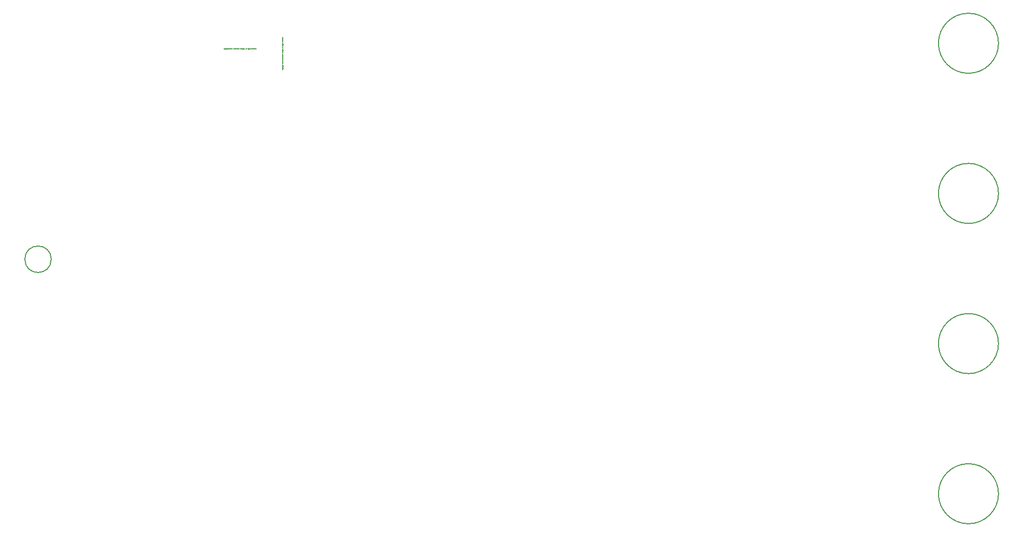
<source format=gbr>
G04 #@! TF.GenerationSoftware,KiCad,Pcbnew,(5.0.0-rc2-dev-586-g888c43477)*
G04 #@! TF.CreationDate,2018-06-03T12:19:04-03:00*
G04 #@! TF.ProjectId,Mcc18,4D636331382E6B696361645F70636200,rev?*
G04 #@! TF.SameCoordinates,Original*
G04 #@! TF.FileFunction,Other,Comment*
%FSLAX46Y46*%
G04 Gerber Fmt 4.6, Leading zero omitted, Abs format (unit mm)*
G04 Created by KiCad (PCBNEW (5.0.0-rc2-dev-586-g888c43477)) date 06/03/18 12:19:04*
%MOMM*%
%LPD*%
G01*
G04 APERTURE LIST*
%ADD10C,0.150000*%
%ADD11C,0.002000*%
G04 APERTURE END LIST*
D10*
X87467800Y-90932000D02*
G75*
G03X87467800Y-90932000I-2200000J0D01*
G01*
X245202000Y-129972000D02*
G75*
G03X245202000Y-129972000I-5000000J0D01*
G01*
X245202000Y-104972000D02*
G75*
G03X245202000Y-104972000I-5000000J0D01*
G01*
X245202000Y-79972000D02*
G75*
G03X245202000Y-79972000I-5000000J0D01*
G01*
X245202000Y-54972000D02*
G75*
G03X245202000Y-54972000I-5000000J0D01*
G01*
D11*
X126029357Y-59287833D02*
X126035404Y-59293880D01*
X126041452Y-59312023D01*
X126041452Y-59324119D01*
X126035404Y-59342261D01*
X126023309Y-59354357D01*
X126011214Y-59360404D01*
X125987023Y-59366452D01*
X125968880Y-59366452D01*
X125944690Y-59360404D01*
X125932595Y-59354357D01*
X125920500Y-59342261D01*
X125914452Y-59324119D01*
X125914452Y-59312023D01*
X125920500Y-59293880D01*
X125926547Y-59287833D01*
X126041452Y-59215261D02*
X126035404Y-59227357D01*
X126029357Y-59233404D01*
X126017261Y-59239452D01*
X125980976Y-59239452D01*
X125968880Y-59233404D01*
X125962833Y-59227357D01*
X125956785Y-59215261D01*
X125956785Y-59197119D01*
X125962833Y-59185023D01*
X125968880Y-59178976D01*
X125980976Y-59172928D01*
X126017261Y-59172928D01*
X126029357Y-59178976D01*
X126035404Y-59185023D01*
X126041452Y-59197119D01*
X126041452Y-59215261D01*
X125956785Y-59118500D02*
X126083785Y-59118500D01*
X125962833Y-59118500D02*
X125956785Y-59106404D01*
X125956785Y-59082214D01*
X125962833Y-59070119D01*
X125968880Y-59064071D01*
X125980976Y-59058023D01*
X126017261Y-59058023D01*
X126029357Y-59064071D01*
X126035404Y-59070119D01*
X126041452Y-59082214D01*
X126041452Y-59106404D01*
X126035404Y-59118500D01*
X125956785Y-59015690D02*
X126041452Y-58985452D01*
X125956785Y-58955214D02*
X126041452Y-58985452D01*
X126071690Y-58997547D01*
X126077738Y-59003595D01*
X126083785Y-59015690D01*
X126041452Y-58906833D02*
X125956785Y-58906833D01*
X125980976Y-58906833D02*
X125968880Y-58900785D01*
X125962833Y-58894738D01*
X125956785Y-58882642D01*
X125956785Y-58870547D01*
X126041452Y-58828214D02*
X125956785Y-58828214D01*
X125914452Y-58828214D02*
X125920500Y-58834261D01*
X125926547Y-58828214D01*
X125920500Y-58822166D01*
X125914452Y-58828214D01*
X125926547Y-58828214D01*
X125956785Y-58713309D02*
X126059595Y-58713309D01*
X126071690Y-58719357D01*
X126077738Y-58725404D01*
X126083785Y-58737500D01*
X126083785Y-58755642D01*
X126077738Y-58767738D01*
X126035404Y-58713309D02*
X126041452Y-58725404D01*
X126041452Y-58749595D01*
X126035404Y-58761690D01*
X126029357Y-58767738D01*
X126017261Y-58773785D01*
X125980976Y-58773785D01*
X125968880Y-58767738D01*
X125962833Y-58761690D01*
X125956785Y-58749595D01*
X125956785Y-58725404D01*
X125962833Y-58713309D01*
X126041452Y-58652833D02*
X125914452Y-58652833D01*
X126041452Y-58598404D02*
X125974928Y-58598404D01*
X125962833Y-58604452D01*
X125956785Y-58616547D01*
X125956785Y-58634690D01*
X125962833Y-58646785D01*
X125968880Y-58652833D01*
X125956785Y-58556071D02*
X125956785Y-58507690D01*
X125914452Y-58537928D02*
X126023309Y-58537928D01*
X126035404Y-58531880D01*
X126041452Y-58519785D01*
X126041452Y-58507690D01*
X125926547Y-58374642D02*
X125920500Y-58368595D01*
X125914452Y-58356500D01*
X125914452Y-58326261D01*
X125920500Y-58314166D01*
X125926547Y-58308119D01*
X125938642Y-58302071D01*
X125950738Y-58302071D01*
X125968880Y-58308119D01*
X126041452Y-58380690D01*
X126041452Y-58302071D01*
X125914452Y-58223452D02*
X125914452Y-58211357D01*
X125920500Y-58199261D01*
X125926547Y-58193214D01*
X125938642Y-58187166D01*
X125962833Y-58181119D01*
X125993071Y-58181119D01*
X126017261Y-58187166D01*
X126029357Y-58193214D01*
X126035404Y-58199261D01*
X126041452Y-58211357D01*
X126041452Y-58223452D01*
X126035404Y-58235547D01*
X126029357Y-58241595D01*
X126017261Y-58247642D01*
X125993071Y-58253690D01*
X125962833Y-58253690D01*
X125938642Y-58247642D01*
X125926547Y-58241595D01*
X125920500Y-58235547D01*
X125914452Y-58223452D01*
X126041452Y-58060166D02*
X126041452Y-58132738D01*
X126041452Y-58096452D02*
X125914452Y-58096452D01*
X125932595Y-58108547D01*
X125944690Y-58120642D01*
X125950738Y-58132738D01*
X125914452Y-57951309D02*
X125914452Y-57975500D01*
X125920500Y-57987595D01*
X125926547Y-57993642D01*
X125944690Y-58005738D01*
X125968880Y-58011785D01*
X126017261Y-58011785D01*
X126029357Y-58005738D01*
X126035404Y-57999690D01*
X126041452Y-57987595D01*
X126041452Y-57963404D01*
X126035404Y-57951309D01*
X126029357Y-57945261D01*
X126017261Y-57939214D01*
X125987023Y-57939214D01*
X125974928Y-57945261D01*
X125968880Y-57951309D01*
X125962833Y-57963404D01*
X125962833Y-57987595D01*
X125968880Y-57999690D01*
X125974928Y-58005738D01*
X125987023Y-58011785D01*
X126005166Y-57794071D02*
X126005166Y-57733595D01*
X126041452Y-57806166D02*
X125914452Y-57763833D01*
X126041452Y-57721500D01*
X126035404Y-57624738D02*
X126041452Y-57636833D01*
X126041452Y-57661023D01*
X126035404Y-57673119D01*
X126029357Y-57679166D01*
X126017261Y-57685214D01*
X125980976Y-57685214D01*
X125968880Y-57679166D01*
X125962833Y-57673119D01*
X125956785Y-57661023D01*
X125956785Y-57636833D01*
X125962833Y-57624738D01*
X126035404Y-57515880D02*
X126041452Y-57527976D01*
X126041452Y-57552166D01*
X126035404Y-57564261D01*
X126029357Y-57570309D01*
X126017261Y-57576357D01*
X125980976Y-57576357D01*
X125968880Y-57570309D01*
X125962833Y-57564261D01*
X125956785Y-57552166D01*
X125956785Y-57527976D01*
X125962833Y-57515880D01*
X126035404Y-57413071D02*
X126041452Y-57425166D01*
X126041452Y-57449357D01*
X126035404Y-57461452D01*
X126023309Y-57467500D01*
X125974928Y-57467500D01*
X125962833Y-57461452D01*
X125956785Y-57449357D01*
X125956785Y-57425166D01*
X125962833Y-57413071D01*
X125974928Y-57407023D01*
X125987023Y-57407023D01*
X125999119Y-57467500D01*
X126041452Y-57334452D02*
X126035404Y-57346547D01*
X126023309Y-57352595D01*
X125914452Y-57352595D01*
X126035404Y-57237690D02*
X126041452Y-57249785D01*
X126041452Y-57273976D01*
X126035404Y-57286071D01*
X126023309Y-57292119D01*
X125974928Y-57292119D01*
X125962833Y-57286071D01*
X125956785Y-57273976D01*
X125956785Y-57249785D01*
X125962833Y-57237690D01*
X125974928Y-57231642D01*
X125987023Y-57231642D01*
X125999119Y-57292119D01*
X126041452Y-57177214D02*
X125956785Y-57177214D01*
X125980976Y-57177214D02*
X125968880Y-57171166D01*
X125962833Y-57165119D01*
X125956785Y-57153023D01*
X125956785Y-57140928D01*
X126041452Y-57044166D02*
X125974928Y-57044166D01*
X125962833Y-57050214D01*
X125956785Y-57062309D01*
X125956785Y-57086500D01*
X125962833Y-57098595D01*
X126035404Y-57044166D02*
X126041452Y-57056261D01*
X126041452Y-57086500D01*
X126035404Y-57098595D01*
X126023309Y-57104642D01*
X126011214Y-57104642D01*
X125999119Y-57098595D01*
X125993071Y-57086500D01*
X125993071Y-57056261D01*
X125987023Y-57044166D01*
X125956785Y-57001833D02*
X125956785Y-56953452D01*
X125914452Y-56983690D02*
X126023309Y-56983690D01*
X126035404Y-56977642D01*
X126041452Y-56965547D01*
X126041452Y-56953452D01*
X126035404Y-56862738D02*
X126041452Y-56874833D01*
X126041452Y-56899023D01*
X126035404Y-56911119D01*
X126023309Y-56917166D01*
X125974928Y-56917166D01*
X125962833Y-56911119D01*
X125956785Y-56899023D01*
X125956785Y-56874833D01*
X125962833Y-56862738D01*
X125974928Y-56856690D01*
X125987023Y-56856690D01*
X125999119Y-56917166D01*
X126041452Y-56747833D02*
X125914452Y-56747833D01*
X126035404Y-56747833D02*
X126041452Y-56759928D01*
X126041452Y-56784119D01*
X126035404Y-56796214D01*
X126029357Y-56802261D01*
X126017261Y-56808309D01*
X125980976Y-56808309D01*
X125968880Y-56802261D01*
X125962833Y-56796214D01*
X125956785Y-56784119D01*
X125956785Y-56759928D01*
X125962833Y-56747833D01*
X126041452Y-56590595D02*
X125914452Y-56590595D01*
X125914452Y-56560357D01*
X125920500Y-56542214D01*
X125932595Y-56530119D01*
X125944690Y-56524071D01*
X125968880Y-56518023D01*
X125987023Y-56518023D01*
X126011214Y-56524071D01*
X126023309Y-56530119D01*
X126035404Y-56542214D01*
X126041452Y-56560357D01*
X126041452Y-56590595D01*
X126035404Y-56415214D02*
X126041452Y-56427309D01*
X126041452Y-56451500D01*
X126035404Y-56463595D01*
X126023309Y-56469642D01*
X125974928Y-56469642D01*
X125962833Y-56463595D01*
X125956785Y-56451500D01*
X125956785Y-56427309D01*
X125962833Y-56415214D01*
X125974928Y-56409166D01*
X125987023Y-56409166D01*
X125999119Y-56469642D01*
X126035404Y-56360785D02*
X126041452Y-56348690D01*
X126041452Y-56324500D01*
X126035404Y-56312404D01*
X126023309Y-56306357D01*
X126017261Y-56306357D01*
X126005166Y-56312404D01*
X125999119Y-56324500D01*
X125999119Y-56342642D01*
X125993071Y-56354738D01*
X125980976Y-56360785D01*
X125974928Y-56360785D01*
X125962833Y-56354738D01*
X125956785Y-56342642D01*
X125956785Y-56324500D01*
X125962833Y-56312404D01*
X126041452Y-56251928D02*
X125956785Y-56251928D01*
X125914452Y-56251928D02*
X125920500Y-56257976D01*
X125926547Y-56251928D01*
X125920500Y-56245880D01*
X125914452Y-56251928D01*
X125926547Y-56251928D01*
X125956785Y-56137023D02*
X126059595Y-56137023D01*
X126071690Y-56143071D01*
X126077738Y-56149119D01*
X126083785Y-56161214D01*
X126083785Y-56179357D01*
X126077738Y-56191452D01*
X126035404Y-56137023D02*
X126041452Y-56149119D01*
X126041452Y-56173309D01*
X126035404Y-56185404D01*
X126029357Y-56191452D01*
X126017261Y-56197500D01*
X125980976Y-56197500D01*
X125968880Y-56191452D01*
X125962833Y-56185404D01*
X125956785Y-56173309D01*
X125956785Y-56149119D01*
X125962833Y-56137023D01*
X125956785Y-56076547D02*
X126041452Y-56076547D01*
X125968880Y-56076547D02*
X125962833Y-56070500D01*
X125956785Y-56058404D01*
X125956785Y-56040261D01*
X125962833Y-56028166D01*
X125974928Y-56022119D01*
X126041452Y-56022119D01*
X126035404Y-55967690D02*
X126041452Y-55955595D01*
X126041452Y-55931404D01*
X126035404Y-55919309D01*
X126023309Y-55913261D01*
X126017261Y-55913261D01*
X126005166Y-55919309D01*
X125999119Y-55931404D01*
X125999119Y-55949547D01*
X125993071Y-55961642D01*
X125980976Y-55967690D01*
X125974928Y-55967690D01*
X125962833Y-55961642D01*
X125956785Y-55949547D01*
X125956785Y-55931404D01*
X125962833Y-55919309D01*
X126029357Y-55858833D02*
X126035404Y-55852785D01*
X126041452Y-55858833D01*
X126035404Y-55864880D01*
X126029357Y-55858833D01*
X126041452Y-55858833D01*
X126005166Y-55707642D02*
X126005166Y-55647166D01*
X126041452Y-55719738D02*
X125914452Y-55677404D01*
X126041452Y-55635071D01*
X126041452Y-55574595D02*
X126035404Y-55586690D01*
X126023309Y-55592738D01*
X125914452Y-55592738D01*
X126041452Y-55508071D02*
X126035404Y-55520166D01*
X126023309Y-55526214D01*
X125914452Y-55526214D01*
X126041452Y-55362928D02*
X125956785Y-55362928D01*
X125980976Y-55362928D02*
X125968880Y-55356880D01*
X125962833Y-55350833D01*
X125956785Y-55338738D01*
X125956785Y-55326642D01*
X126041452Y-55284309D02*
X125956785Y-55284309D01*
X125914452Y-55284309D02*
X125920500Y-55290357D01*
X125926547Y-55284309D01*
X125920500Y-55278261D01*
X125914452Y-55284309D01*
X125926547Y-55284309D01*
X125956785Y-55169404D02*
X126059595Y-55169404D01*
X126071690Y-55175452D01*
X126077738Y-55181500D01*
X126083785Y-55193595D01*
X126083785Y-55211738D01*
X126077738Y-55223833D01*
X126035404Y-55169404D02*
X126041452Y-55181500D01*
X126041452Y-55205690D01*
X126035404Y-55217785D01*
X126029357Y-55223833D01*
X126017261Y-55229880D01*
X125980976Y-55229880D01*
X125968880Y-55223833D01*
X125962833Y-55217785D01*
X125956785Y-55205690D01*
X125956785Y-55181500D01*
X125962833Y-55169404D01*
X126041452Y-55108928D02*
X125914452Y-55108928D01*
X126041452Y-55054500D02*
X125974928Y-55054500D01*
X125962833Y-55060547D01*
X125956785Y-55072642D01*
X125956785Y-55090785D01*
X125962833Y-55102880D01*
X125968880Y-55108928D01*
X125956785Y-55012166D02*
X125956785Y-54963785D01*
X125914452Y-54994023D02*
X126023309Y-54994023D01*
X126035404Y-54987976D01*
X126041452Y-54975880D01*
X126041452Y-54963785D01*
X126035404Y-54927500D02*
X126041452Y-54915404D01*
X126041452Y-54891214D01*
X126035404Y-54879119D01*
X126023309Y-54873071D01*
X126017261Y-54873071D01*
X126005166Y-54879119D01*
X125999119Y-54891214D01*
X125999119Y-54909357D01*
X125993071Y-54921452D01*
X125980976Y-54927500D01*
X125974928Y-54927500D01*
X125962833Y-54921452D01*
X125956785Y-54909357D01*
X125956785Y-54891214D01*
X125962833Y-54879119D01*
X126041452Y-54721880D02*
X125956785Y-54721880D01*
X125980976Y-54721880D02*
X125968880Y-54715833D01*
X125962833Y-54709785D01*
X125956785Y-54697690D01*
X125956785Y-54685595D01*
X126035404Y-54594880D02*
X126041452Y-54606976D01*
X126041452Y-54631166D01*
X126035404Y-54643261D01*
X126023309Y-54649309D01*
X125974928Y-54649309D01*
X125962833Y-54643261D01*
X125956785Y-54631166D01*
X125956785Y-54606976D01*
X125962833Y-54594880D01*
X125974928Y-54588833D01*
X125987023Y-54588833D01*
X125999119Y-54649309D01*
X126035404Y-54540452D02*
X126041452Y-54528357D01*
X126041452Y-54504166D01*
X126035404Y-54492071D01*
X126023309Y-54486023D01*
X126017261Y-54486023D01*
X126005166Y-54492071D01*
X125999119Y-54504166D01*
X125999119Y-54522309D01*
X125993071Y-54534404D01*
X125980976Y-54540452D01*
X125974928Y-54540452D01*
X125962833Y-54534404D01*
X125956785Y-54522309D01*
X125956785Y-54504166D01*
X125962833Y-54492071D01*
X126035404Y-54383214D02*
X126041452Y-54395309D01*
X126041452Y-54419500D01*
X126035404Y-54431595D01*
X126023309Y-54437642D01*
X125974928Y-54437642D01*
X125962833Y-54431595D01*
X125956785Y-54419500D01*
X125956785Y-54395309D01*
X125962833Y-54383214D01*
X125974928Y-54377166D01*
X125987023Y-54377166D01*
X125999119Y-54437642D01*
X126041452Y-54322738D02*
X125956785Y-54322738D01*
X125980976Y-54322738D02*
X125968880Y-54316690D01*
X125962833Y-54310642D01*
X125956785Y-54298547D01*
X125956785Y-54286452D01*
X125956785Y-54256214D02*
X126041452Y-54225976D01*
X125956785Y-54195738D01*
X126035404Y-54098976D02*
X126041452Y-54111071D01*
X126041452Y-54135261D01*
X126035404Y-54147357D01*
X126023309Y-54153404D01*
X125974928Y-54153404D01*
X125962833Y-54147357D01*
X125956785Y-54135261D01*
X125956785Y-54111071D01*
X125962833Y-54098976D01*
X125974928Y-54092928D01*
X125987023Y-54092928D01*
X125999119Y-54153404D01*
X126041452Y-53984071D02*
X125914452Y-53984071D01*
X126035404Y-53984071D02*
X126041452Y-53996166D01*
X126041452Y-54020357D01*
X126035404Y-54032452D01*
X126029357Y-54038500D01*
X126017261Y-54044547D01*
X125980976Y-54044547D01*
X125968880Y-54038500D01*
X125962833Y-54032452D01*
X125956785Y-54020357D01*
X125956785Y-53996166D01*
X125962833Y-53984071D01*
X126029357Y-53923595D02*
X126035404Y-53917547D01*
X126041452Y-53923595D01*
X126035404Y-53929642D01*
X126029357Y-53923595D01*
X126041452Y-53923595D01*
X116226166Y-55925357D02*
X116220119Y-55931404D01*
X116201976Y-55937452D01*
X116189880Y-55937452D01*
X116171738Y-55931404D01*
X116159642Y-55919309D01*
X116153595Y-55907214D01*
X116147547Y-55883023D01*
X116147547Y-55864880D01*
X116153595Y-55840690D01*
X116159642Y-55828595D01*
X116171738Y-55816500D01*
X116189880Y-55810452D01*
X116201976Y-55810452D01*
X116220119Y-55816500D01*
X116226166Y-55822547D01*
X116298738Y-55937452D02*
X116286642Y-55931404D01*
X116280595Y-55925357D01*
X116274547Y-55913261D01*
X116274547Y-55876976D01*
X116280595Y-55864880D01*
X116286642Y-55858833D01*
X116298738Y-55852785D01*
X116316880Y-55852785D01*
X116328976Y-55858833D01*
X116335023Y-55864880D01*
X116341071Y-55876976D01*
X116341071Y-55913261D01*
X116335023Y-55925357D01*
X116328976Y-55931404D01*
X116316880Y-55937452D01*
X116298738Y-55937452D01*
X116395500Y-55852785D02*
X116395500Y-55979785D01*
X116395500Y-55858833D02*
X116407595Y-55852785D01*
X116431785Y-55852785D01*
X116443880Y-55858833D01*
X116449928Y-55864880D01*
X116455976Y-55876976D01*
X116455976Y-55913261D01*
X116449928Y-55925357D01*
X116443880Y-55931404D01*
X116431785Y-55937452D01*
X116407595Y-55937452D01*
X116395500Y-55931404D01*
X116498309Y-55852785D02*
X116528547Y-55937452D01*
X116558785Y-55852785D02*
X116528547Y-55937452D01*
X116516452Y-55967690D01*
X116510404Y-55973738D01*
X116498309Y-55979785D01*
X116607166Y-55937452D02*
X116607166Y-55852785D01*
X116607166Y-55876976D02*
X116613214Y-55864880D01*
X116619261Y-55858833D01*
X116631357Y-55852785D01*
X116643452Y-55852785D01*
X116685785Y-55937452D02*
X116685785Y-55852785D01*
X116685785Y-55810452D02*
X116679738Y-55816500D01*
X116685785Y-55822547D01*
X116691833Y-55816500D01*
X116685785Y-55810452D01*
X116685785Y-55822547D01*
X116800690Y-55852785D02*
X116800690Y-55955595D01*
X116794642Y-55967690D01*
X116788595Y-55973738D01*
X116776500Y-55979785D01*
X116758357Y-55979785D01*
X116746261Y-55973738D01*
X116800690Y-55931404D02*
X116788595Y-55937452D01*
X116764404Y-55937452D01*
X116752309Y-55931404D01*
X116746261Y-55925357D01*
X116740214Y-55913261D01*
X116740214Y-55876976D01*
X116746261Y-55864880D01*
X116752309Y-55858833D01*
X116764404Y-55852785D01*
X116788595Y-55852785D01*
X116800690Y-55858833D01*
X116861166Y-55937452D02*
X116861166Y-55810452D01*
X116915595Y-55937452D02*
X116915595Y-55870928D01*
X116909547Y-55858833D01*
X116897452Y-55852785D01*
X116879309Y-55852785D01*
X116867214Y-55858833D01*
X116861166Y-55864880D01*
X116957928Y-55852785D02*
X117006309Y-55852785D01*
X116976071Y-55810452D02*
X116976071Y-55919309D01*
X116982119Y-55931404D01*
X116994214Y-55937452D01*
X117006309Y-55937452D01*
X117139357Y-55822547D02*
X117145404Y-55816500D01*
X117157500Y-55810452D01*
X117187738Y-55810452D01*
X117199833Y-55816500D01*
X117205880Y-55822547D01*
X117211928Y-55834642D01*
X117211928Y-55846738D01*
X117205880Y-55864880D01*
X117133309Y-55937452D01*
X117211928Y-55937452D01*
X117290547Y-55810452D02*
X117302642Y-55810452D01*
X117314738Y-55816500D01*
X117320785Y-55822547D01*
X117326833Y-55834642D01*
X117332880Y-55858833D01*
X117332880Y-55889071D01*
X117326833Y-55913261D01*
X117320785Y-55925357D01*
X117314738Y-55931404D01*
X117302642Y-55937452D01*
X117290547Y-55937452D01*
X117278452Y-55931404D01*
X117272404Y-55925357D01*
X117266357Y-55913261D01*
X117260309Y-55889071D01*
X117260309Y-55858833D01*
X117266357Y-55834642D01*
X117272404Y-55822547D01*
X117278452Y-55816500D01*
X117290547Y-55810452D01*
X117453833Y-55937452D02*
X117381261Y-55937452D01*
X117417547Y-55937452D02*
X117417547Y-55810452D01*
X117405452Y-55828595D01*
X117393357Y-55840690D01*
X117381261Y-55846738D01*
X117562690Y-55810452D02*
X117538500Y-55810452D01*
X117526404Y-55816500D01*
X117520357Y-55822547D01*
X117508261Y-55840690D01*
X117502214Y-55864880D01*
X117502214Y-55913261D01*
X117508261Y-55925357D01*
X117514309Y-55931404D01*
X117526404Y-55937452D01*
X117550595Y-55937452D01*
X117562690Y-55931404D01*
X117568738Y-55925357D01*
X117574785Y-55913261D01*
X117574785Y-55883023D01*
X117568738Y-55870928D01*
X117562690Y-55864880D01*
X117550595Y-55858833D01*
X117526404Y-55858833D01*
X117514309Y-55864880D01*
X117508261Y-55870928D01*
X117502214Y-55883023D01*
X117719928Y-55901166D02*
X117780404Y-55901166D01*
X117707833Y-55937452D02*
X117750166Y-55810452D01*
X117792500Y-55937452D01*
X117889261Y-55931404D02*
X117877166Y-55937452D01*
X117852976Y-55937452D01*
X117840880Y-55931404D01*
X117834833Y-55925357D01*
X117828785Y-55913261D01*
X117828785Y-55876976D01*
X117834833Y-55864880D01*
X117840880Y-55858833D01*
X117852976Y-55852785D01*
X117877166Y-55852785D01*
X117889261Y-55858833D01*
X117998119Y-55931404D02*
X117986023Y-55937452D01*
X117961833Y-55937452D01*
X117949738Y-55931404D01*
X117943690Y-55925357D01*
X117937642Y-55913261D01*
X117937642Y-55876976D01*
X117943690Y-55864880D01*
X117949738Y-55858833D01*
X117961833Y-55852785D01*
X117986023Y-55852785D01*
X117998119Y-55858833D01*
X118100928Y-55931404D02*
X118088833Y-55937452D01*
X118064642Y-55937452D01*
X118052547Y-55931404D01*
X118046500Y-55919309D01*
X118046500Y-55870928D01*
X118052547Y-55858833D01*
X118064642Y-55852785D01*
X118088833Y-55852785D01*
X118100928Y-55858833D01*
X118106976Y-55870928D01*
X118106976Y-55883023D01*
X118046500Y-55895119D01*
X118179547Y-55937452D02*
X118167452Y-55931404D01*
X118161404Y-55919309D01*
X118161404Y-55810452D01*
X118276309Y-55931404D02*
X118264214Y-55937452D01*
X118240023Y-55937452D01*
X118227928Y-55931404D01*
X118221880Y-55919309D01*
X118221880Y-55870928D01*
X118227928Y-55858833D01*
X118240023Y-55852785D01*
X118264214Y-55852785D01*
X118276309Y-55858833D01*
X118282357Y-55870928D01*
X118282357Y-55883023D01*
X118221880Y-55895119D01*
X118336785Y-55937452D02*
X118336785Y-55852785D01*
X118336785Y-55876976D02*
X118342833Y-55864880D01*
X118348880Y-55858833D01*
X118360976Y-55852785D01*
X118373071Y-55852785D01*
X118469833Y-55937452D02*
X118469833Y-55870928D01*
X118463785Y-55858833D01*
X118451690Y-55852785D01*
X118427500Y-55852785D01*
X118415404Y-55858833D01*
X118469833Y-55931404D02*
X118457738Y-55937452D01*
X118427500Y-55937452D01*
X118415404Y-55931404D01*
X118409357Y-55919309D01*
X118409357Y-55907214D01*
X118415404Y-55895119D01*
X118427500Y-55889071D01*
X118457738Y-55889071D01*
X118469833Y-55883023D01*
X118512166Y-55852785D02*
X118560547Y-55852785D01*
X118530309Y-55810452D02*
X118530309Y-55919309D01*
X118536357Y-55931404D01*
X118548452Y-55937452D01*
X118560547Y-55937452D01*
X118651261Y-55931404D02*
X118639166Y-55937452D01*
X118614976Y-55937452D01*
X118602880Y-55931404D01*
X118596833Y-55919309D01*
X118596833Y-55870928D01*
X118602880Y-55858833D01*
X118614976Y-55852785D01*
X118639166Y-55852785D01*
X118651261Y-55858833D01*
X118657309Y-55870928D01*
X118657309Y-55883023D01*
X118596833Y-55895119D01*
X118766166Y-55937452D02*
X118766166Y-55810452D01*
X118766166Y-55931404D02*
X118754071Y-55937452D01*
X118729880Y-55937452D01*
X118717785Y-55931404D01*
X118711738Y-55925357D01*
X118705690Y-55913261D01*
X118705690Y-55876976D01*
X118711738Y-55864880D01*
X118717785Y-55858833D01*
X118729880Y-55852785D01*
X118754071Y-55852785D01*
X118766166Y-55858833D01*
X118923404Y-55937452D02*
X118923404Y-55810452D01*
X118953642Y-55810452D01*
X118971785Y-55816500D01*
X118983880Y-55828595D01*
X118989928Y-55840690D01*
X118995976Y-55864880D01*
X118995976Y-55883023D01*
X118989928Y-55907214D01*
X118983880Y-55919309D01*
X118971785Y-55931404D01*
X118953642Y-55937452D01*
X118923404Y-55937452D01*
X119098785Y-55931404D02*
X119086690Y-55937452D01*
X119062500Y-55937452D01*
X119050404Y-55931404D01*
X119044357Y-55919309D01*
X119044357Y-55870928D01*
X119050404Y-55858833D01*
X119062500Y-55852785D01*
X119086690Y-55852785D01*
X119098785Y-55858833D01*
X119104833Y-55870928D01*
X119104833Y-55883023D01*
X119044357Y-55895119D01*
X119153214Y-55931404D02*
X119165309Y-55937452D01*
X119189500Y-55937452D01*
X119201595Y-55931404D01*
X119207642Y-55919309D01*
X119207642Y-55913261D01*
X119201595Y-55901166D01*
X119189500Y-55895119D01*
X119171357Y-55895119D01*
X119159261Y-55889071D01*
X119153214Y-55876976D01*
X119153214Y-55870928D01*
X119159261Y-55858833D01*
X119171357Y-55852785D01*
X119189500Y-55852785D01*
X119201595Y-55858833D01*
X119262071Y-55937452D02*
X119262071Y-55852785D01*
X119262071Y-55810452D02*
X119256023Y-55816500D01*
X119262071Y-55822547D01*
X119268119Y-55816500D01*
X119262071Y-55810452D01*
X119262071Y-55822547D01*
X119376976Y-55852785D02*
X119376976Y-55955595D01*
X119370928Y-55967690D01*
X119364880Y-55973738D01*
X119352785Y-55979785D01*
X119334642Y-55979785D01*
X119322547Y-55973738D01*
X119376976Y-55931404D02*
X119364880Y-55937452D01*
X119340690Y-55937452D01*
X119328595Y-55931404D01*
X119322547Y-55925357D01*
X119316500Y-55913261D01*
X119316500Y-55876976D01*
X119322547Y-55864880D01*
X119328595Y-55858833D01*
X119340690Y-55852785D01*
X119364880Y-55852785D01*
X119376976Y-55858833D01*
X119437452Y-55852785D02*
X119437452Y-55937452D01*
X119437452Y-55864880D02*
X119443500Y-55858833D01*
X119455595Y-55852785D01*
X119473738Y-55852785D01*
X119485833Y-55858833D01*
X119491880Y-55870928D01*
X119491880Y-55937452D01*
X119546309Y-55931404D02*
X119558404Y-55937452D01*
X119582595Y-55937452D01*
X119594690Y-55931404D01*
X119600738Y-55919309D01*
X119600738Y-55913261D01*
X119594690Y-55901166D01*
X119582595Y-55895119D01*
X119564452Y-55895119D01*
X119552357Y-55889071D01*
X119546309Y-55876976D01*
X119546309Y-55870928D01*
X119552357Y-55858833D01*
X119564452Y-55852785D01*
X119582595Y-55852785D01*
X119594690Y-55858833D01*
X119655166Y-55925357D02*
X119661214Y-55931404D01*
X119655166Y-55937452D01*
X119649119Y-55931404D01*
X119655166Y-55925357D01*
X119655166Y-55937452D01*
X119806357Y-55901166D02*
X119866833Y-55901166D01*
X119794261Y-55937452D02*
X119836595Y-55810452D01*
X119878928Y-55937452D01*
X119939404Y-55937452D02*
X119927309Y-55931404D01*
X119921261Y-55919309D01*
X119921261Y-55810452D01*
X120005928Y-55937452D02*
X119993833Y-55931404D01*
X119987785Y-55919309D01*
X119987785Y-55810452D01*
X120151071Y-55937452D02*
X120151071Y-55852785D01*
X120151071Y-55876976D02*
X120157119Y-55864880D01*
X120163166Y-55858833D01*
X120175261Y-55852785D01*
X120187357Y-55852785D01*
X120229690Y-55937452D02*
X120229690Y-55852785D01*
X120229690Y-55810452D02*
X120223642Y-55816500D01*
X120229690Y-55822547D01*
X120235738Y-55816500D01*
X120229690Y-55810452D01*
X120229690Y-55822547D01*
X120344595Y-55852785D02*
X120344595Y-55955595D01*
X120338547Y-55967690D01*
X120332500Y-55973738D01*
X120320404Y-55979785D01*
X120302261Y-55979785D01*
X120290166Y-55973738D01*
X120344595Y-55931404D02*
X120332500Y-55937452D01*
X120308309Y-55937452D01*
X120296214Y-55931404D01*
X120290166Y-55925357D01*
X120284119Y-55913261D01*
X120284119Y-55876976D01*
X120290166Y-55864880D01*
X120296214Y-55858833D01*
X120308309Y-55852785D01*
X120332500Y-55852785D01*
X120344595Y-55858833D01*
X120405071Y-55937452D02*
X120405071Y-55810452D01*
X120459500Y-55937452D02*
X120459500Y-55870928D01*
X120453452Y-55858833D01*
X120441357Y-55852785D01*
X120423214Y-55852785D01*
X120411119Y-55858833D01*
X120405071Y-55864880D01*
X120501833Y-55852785D02*
X120550214Y-55852785D01*
X120519976Y-55810452D02*
X120519976Y-55919309D01*
X120526023Y-55931404D01*
X120538119Y-55937452D01*
X120550214Y-55937452D01*
X120586500Y-55931404D02*
X120598595Y-55937452D01*
X120622785Y-55937452D01*
X120634880Y-55931404D01*
X120640928Y-55919309D01*
X120640928Y-55913261D01*
X120634880Y-55901166D01*
X120622785Y-55895119D01*
X120604642Y-55895119D01*
X120592547Y-55889071D01*
X120586500Y-55876976D01*
X120586500Y-55870928D01*
X120592547Y-55858833D01*
X120604642Y-55852785D01*
X120622785Y-55852785D01*
X120634880Y-55858833D01*
X120792119Y-55937452D02*
X120792119Y-55852785D01*
X120792119Y-55876976D02*
X120798166Y-55864880D01*
X120804214Y-55858833D01*
X120816309Y-55852785D01*
X120828404Y-55852785D01*
X120919119Y-55931404D02*
X120907023Y-55937452D01*
X120882833Y-55937452D01*
X120870738Y-55931404D01*
X120864690Y-55919309D01*
X120864690Y-55870928D01*
X120870738Y-55858833D01*
X120882833Y-55852785D01*
X120907023Y-55852785D01*
X120919119Y-55858833D01*
X120925166Y-55870928D01*
X120925166Y-55883023D01*
X120864690Y-55895119D01*
X120973547Y-55931404D02*
X120985642Y-55937452D01*
X121009833Y-55937452D01*
X121021928Y-55931404D01*
X121027976Y-55919309D01*
X121027976Y-55913261D01*
X121021928Y-55901166D01*
X121009833Y-55895119D01*
X120991690Y-55895119D01*
X120979595Y-55889071D01*
X120973547Y-55876976D01*
X120973547Y-55870928D01*
X120979595Y-55858833D01*
X120991690Y-55852785D01*
X121009833Y-55852785D01*
X121021928Y-55858833D01*
X121130785Y-55931404D02*
X121118690Y-55937452D01*
X121094500Y-55937452D01*
X121082404Y-55931404D01*
X121076357Y-55919309D01*
X121076357Y-55870928D01*
X121082404Y-55858833D01*
X121094500Y-55852785D01*
X121118690Y-55852785D01*
X121130785Y-55858833D01*
X121136833Y-55870928D01*
X121136833Y-55883023D01*
X121076357Y-55895119D01*
X121191261Y-55937452D02*
X121191261Y-55852785D01*
X121191261Y-55876976D02*
X121197309Y-55864880D01*
X121203357Y-55858833D01*
X121215452Y-55852785D01*
X121227547Y-55852785D01*
X121257785Y-55852785D02*
X121288023Y-55937452D01*
X121318261Y-55852785D01*
X121415023Y-55931404D02*
X121402928Y-55937452D01*
X121378738Y-55937452D01*
X121366642Y-55931404D01*
X121360595Y-55919309D01*
X121360595Y-55870928D01*
X121366642Y-55858833D01*
X121378738Y-55852785D01*
X121402928Y-55852785D01*
X121415023Y-55858833D01*
X121421071Y-55870928D01*
X121421071Y-55883023D01*
X121360595Y-55895119D01*
X121529928Y-55937452D02*
X121529928Y-55810452D01*
X121529928Y-55931404D02*
X121517833Y-55937452D01*
X121493642Y-55937452D01*
X121481547Y-55931404D01*
X121475500Y-55925357D01*
X121469452Y-55913261D01*
X121469452Y-55876976D01*
X121475500Y-55864880D01*
X121481547Y-55858833D01*
X121493642Y-55852785D01*
X121517833Y-55852785D01*
X121529928Y-55858833D01*
X121590404Y-55925357D02*
X121596452Y-55931404D01*
X121590404Y-55937452D01*
X121584357Y-55931404D01*
X121590404Y-55925357D01*
X121590404Y-55937452D01*
M02*

</source>
